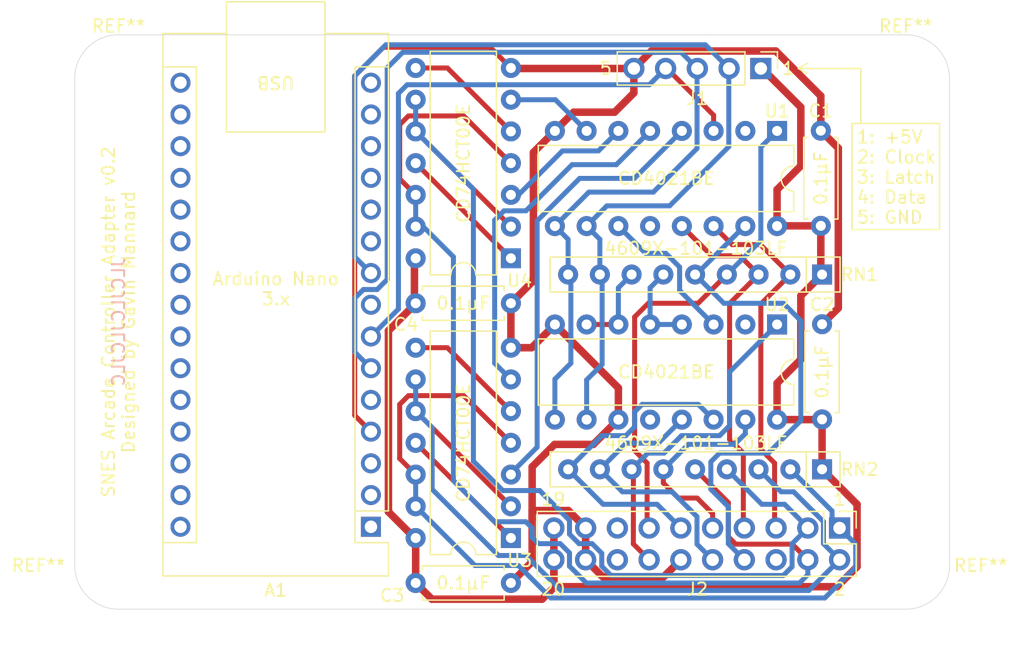
<source format=kicad_pcb>
(kicad_pcb (version 20241229) (generator "pcbnew") (generator_version "9.0")
  (title_block (title "Arcade Controller PCB for SNES") (date "2025-05-28") (rev "v0.2"))
  (layers (0 "F.Cu" signal) (2 "B.Cu" signal) (13 "F.Paste" user) (15 "B.Paste" user) (5 "F.SilkS" user "F.Silkscreen") (7 "B.SilkS" user "B.Silkscreen") (1 "F.Mask" user) (3 "B.Mask" user) (25 "Edge.Cuts" user))
  (net 0 "")
  (net 4 "GND")
  (net 6 "LATCH")
  (net 7 "DATA")
  (net 9 "CLOCK")
  (net 30 "VCC")
  (net 31 "R")
  (net 32 "SELECT")
  (net 33 "Y")
  (net 34 "B")
  (net 35 "RIGHT")
  (net 36 "DOWN")
  (net 38 "L")
  (net 39 "START")
  (net 40 "X")
  (net 41 "A")
  (net 42 "LEFT")
  (net 43 "UP")
  (net 47 "Net-(U1-Pad11)")
  (net 52 "E1")
  (net 53 "E3")
  (net 54 "UP_CLEAN")
  (net 55 "DOWN_CLEAN")
  (net 56 "LEFT_CLEAN")
  (net 57 "RIGHT_CLEAN")
  (net 58 "Net-(U3-Pad5)")
  (net 59 "Net-(U4-Pad1)")
  (net 60 "Net-(U3-Pad1)")
  (net 61 "Net-(U4-Pad5)")
  (footprint "Connector_PinHeader_2.54mm:PinHeader_1x05_P2.54mm_Vertical" (layer "F.Cu") (at 159.9 80.1 -90)
    (property "Reference" "J1" (at 2.4 5.1 180) (layer "F.SilkS"))
    (property "Value" "Conn_01x05")
    (pad "1" thru_hole rect (at 0 0 270) (size 1.7 1.7) (drill 1) (layers "*.Cu" "*.Mask") (net 30 "VCC"))
    (pad "2" thru_hole oval (at 0 2.54 270) (size 1.7 1.7) (drill 1) (layers "*.Cu" "*.Mask") (net 9 "CLOCK"))
    (pad "3" thru_hole oval (at 0 5.08 270) (size 1.7 1.7) (drill 1) (layers "*.Cu" "*.Mask") (net 6 "LATCH"))
    (pad "4" thru_hole oval (at 0 7.62 270) (size 1.7 1.7) (drill 1) (layers "*.Cu" "*.Mask") (net 7 "DATA"))
    (pad "5" thru_hole oval (at 0 10.16 270) (size 1.7 1.7) (drill 1) (layers "*.Cu" "*.Mask") (net 4 "GND"))
  )
  (footprint "Resistor_THT:R_Axial_DIN0207_L6.3mm_D2.5mm_P7.62mm_Horizontal" (layer "F.Cu") (at 139.9 98.9 180)
    (property "Reference" "C4" (at 8.4 -1.7 0) (layer "F.SilkS"))
    (property "Value" "0.1u")
    (pad "1" thru_hole circle (at 0 0 180) (size 1.6 1.6) (drill 0.8) (layers "*.Cu" "*.Mask") (net 4 "GND"))
    (pad "2" thru_hole oval (at 7.62 0 180) (size 1.6 1.6) (drill 0.8) (layers "*.Cu" "*.Mask") (net 30 "VCC"))
  )
  (footprint "Package_DIP:DIP-14_W7.62mm" (layer "F.Cu") (at 139.9 95.3 180)
    (property "Reference" "U4" (at -0.7 -1.8 0) (layer "F.SilkS"))
    (property "Value" "74HCT00")
    (pad "1" thru_hole rect (at 0 0 180) (size 1.6 1.6) (drill 0.8) (layers "*.Cu" "*.Mask") (net 59 "Net-(U4-Pad1)"))
    (pad "2" thru_hole oval (at 0 2.54 180) (size 1.6 1.6) (drill 0.8) (layers "*.Cu" "*.Mask") (net 35 "RIGHT"))
    (pad "3" thru_hole oval (at 0 5.08 180) (size 1.6 1.6) (drill 0.8) (layers "*.Cu" "*.Mask") (net 56 "LEFT_CLEAN"))
    (pad "4" thru_hole oval (at 0 7.62 180) (size 1.6 1.6) (drill 0.8) (layers "*.Cu" "*.Mask") (net 42 "LEFT"))
    (pad "5" thru_hole oval (at 0 10.16 180) (size 1.6 1.6) (drill 0.8) (layers "*.Cu" "*.Mask") (net 61 "Net-(U4-Pad5)"))
    (pad "6" thru_hole oval (at 0 12.7 180) (size 1.6 1.6) (drill 0.8) (layers "*.Cu" "*.Mask") (net 57 "RIGHT_CLEAN"))
    (pad "7" thru_hole oval (at 0 15.24 180) (size 1.6 1.6) (drill 0.8) (layers "*.Cu" "*.Mask") (net 4 "GND"))
    (pad "8" thru_hole oval (at 7.62 15.24 180) (size 1.6 1.6) (drill 0.8) (layers "*.Cu" "*.Mask") (net 61 "Net-(U4-Pad5)"))
    (pad "9" thru_hole oval (at 7.62 12.7 180) (size 1.6 1.6) (drill 0.8) (layers "*.Cu" "*.Mask") (net 35 "RIGHT"))
    (pad "10" thru_hole oval (at 7.62 10.16 180) (size 1.6 1.6) (drill 0.8) (layers "*.Cu" "*.Mask") (net 35 "RIGHT"))
    (pad "11" thru_hole oval (at 7.62 7.62 180) (size 1.6 1.6) (drill 0.8) (layers "*.Cu" "*.Mask") (net 59 "Net-(U4-Pad1)"))
    (pad "12" thru_hole oval (at 7.62 5.08 180) (size 1.6 1.6) (drill 0.8) (layers "*.Cu" "*.Mask") (net 42 "LEFT"))
    (pad "13" thru_hole oval (at 7.62 2.54 180) (size 1.6 1.6) (drill 0.8) (layers "*.Cu" "*.Mask") (net 42 "LEFT"))
    (pad "14" thru_hole oval (at 7.62 0 180) (size 1.6 1.6) (drill 0.8) (layers "*.Cu" "*.Mask") (net 30 "VCC"))
  )
  (footprint "MountingHole:MountingHole_3.2mm_M3" (layer "F.Cu") (at 171.5 119.9)
    (property "Reference" "REF**" (at 6 0 0) (layer "F.SilkS"))
    (property "Value" "MountingHole_3.2mm_M3")
    (pad "" np_thru_hole circle (at 0 0) (size 3.2 3.2) (drill 3.2) (layers "*.Cu" "*.Mask"))
  )
  (footprint "Resistor_THT:R_Array_SIP9" (layer "F.Cu") (at 164.8 96.6 180)
    (property "Reference" "RN1" (at -3 0 0) (layer "F.SilkS"))
    (property "Value" "10k")
    (pad "1" thru_hole rect (at 0 0 180) (size 1.6 1.6) (drill 0.8) (layers "*.Cu" "*.Mask") (net 30 "VCC"))
    (pad "2" thru_hole oval (at 2.54 0 180) (size 1.6 1.6) (drill 0.8) (layers "*.Cu" "*.Mask") (net 32 "SELECT"))
    (pad "3" thru_hole oval (at 5.08 0 180) (size 1.6 1.6) (drill 0.8) (layers "*.Cu" "*.Mask") (net 39 "START"))
    (pad "4" thru_hole oval (at 7.62 0 180) (size 1.6 1.6) (drill 0.8) (layers "*.Cu" "*.Mask") (net 34 "B"))
    (pad "5" thru_hole oval (at 10.16 0 180) (size 1.6 1.6) (drill 0.8) (layers "*.Cu" "*.Mask") (net 33 "Y"))
    (pad "6" thru_hole oval (at 12.7 0 180) (size 1.6 1.6) (drill 0.8) (layers "*.Cu" "*.Mask") (net 52 "E1"))
    (pad "7" thru_hole oval (at 15.24 0 180) (size 1.6 1.6) (drill 0.8) (layers "*.Cu" "*.Mask") (net 53 "E3"))
    (pad "8" thru_hole oval (at 17.78 0 180) (size 1.6 1.6) (drill 0.8) (layers "*.Cu" "*.Mask") (net 9 "CLOCK"))
    (pad "9" thru_hole oval (at 20.32 0 180) (size 1.6 1.6) (drill 0.8) (layers "*.Cu" "*.Mask") (net 6 "LATCH"))
  )
  (footprint "MountingHole:MountingHole_3.2mm_M3" (layer "F.Cu") (at 171.5 80.9)
    (property "Reference" "REF**" (at 0 -4.2 0) (layer "F.SilkS"))
    (property "Value" "MountingHole_3.2mm_M3")
    (pad "" np_thru_hole circle (at 0 0) (size 3.2 3.2) (drill 3.2) (layers "*.Cu" "*.Mask"))
  )
  (footprint "Package_DIP:DIP-16_W7.62mm" (layer "F.Cu") (at 161.2 100.6 -90)
    (property "Reference" "U2" (at -1.6 0 180) (layer "F.SilkS"))
    (property "Value" "CD4021BE")
    (pad "1" thru_hole rect (at 0 0 270) (size 1.6 1.6) (drill 0.8) (layers "*.Cu" "*.Mask") (net 41 "A"))
    (pad "2" thru_hole oval (at 0 2.54 270) (size 1.6 1.6) (drill 0.8) (layers "*.Cu" "*.Mask"))
    (pad "3" thru_hole oval (at 0 5.08 270) (size 1.6 1.6) (drill 0.8) (layers "*.Cu" "*.Mask") (net 47 "Net-(U1-Pad11)"))
    (pad "4" thru_hole oval (at 0 7.62 270) (size 1.6 1.6) (drill 0.8) (layers "*.Cu" "*.Mask") (net 52 "E1"))
    (pad "5" thru_hole oval (at 0 10.16 270) (size 1.6 1.6) (drill 0.8) (layers "*.Cu" "*.Mask") (net 52 "E1"))
    (pad "6" thru_hole oval (at 0 12.7 270) (size 1.6 1.6) (drill 0.8) (layers "*.Cu" "*.Mask") (net 53 "E3"))
    (pad "7" thru_hole oval (at 0 15.24 270) (size 1.6 1.6) (drill 0.8) (layers "*.Cu" "*.Mask") (net 53 "E3"))
    (pad "8" thru_hole oval (at 0 17.78 270) (size 1.6 1.6) (drill 0.8) (layers "*.Cu" "*.Mask") (net 4 "GND"))
    (pad "9" thru_hole oval (at 7.62 17.78 270) (size 1.6 1.6) (drill 0.8) (layers "*.Cu" "*.Mask") (net 6 "LATCH"))
    (pad "10" thru_hole oval (at 7.62 15.24 270) (size 1.6 1.6) (drill 0.8) (layers "*.Cu" "*.Mask") (net 9 "CLOCK"))
    (pad "11" thru_hole oval (at 7.62 12.7 270) (size 1.6 1.6) (drill 0.8) (layers "*.Cu" "*.Mask") (net 4 "GND"))
    (pad "12" thru_hole oval (at 7.62 10.16 270) (size 1.6 1.6) (drill 0.8) (layers "*.Cu" "*.Mask"))
    (pad "13" thru_hole oval (at 7.62 7.62 270) (size 1.6 1.6) (drill 0.8) (layers "*.Cu" "*.Mask") (net 31 "R"))
    (pad "14" thru_hole oval (at 7.62 5.08 270) (size 1.6 1.6) (drill 0.8) (layers "*.Cu" "*.Mask") (net 38 "L"))
    (pad "15" thru_hole oval (at 7.62 2.54 270) (size 1.6 1.6) (drill 0.8) (layers "*.Cu" "*.Mask") (net 40 "X"))
    (pad "16" thru_hole oval (at 7.62 0 270) (size 1.6 1.6) (drill 0.8) (layers "*.Cu" "*.Mask") (net 30 "VCC"))
  )
  (footprint "Resistor_THT:R_Array_SIP9" (layer "F.Cu") (at 164.8 112.2 180)
    (property "Reference" "RN2" (at -3 0 0) (layer "F.SilkS"))
    (property "Value" "10k")
    (pad "1" thru_hole rect (at 0 0 180) (size 1.6 1.6) (drill 0.8) (layers "*.Cu" "*.Mask") (net 30 "VCC"))
    (pad "2" thru_hole oval (at 2.54 0 180) (size 1.6 1.6) (drill 0.8) (layers "*.Cu" "*.Mask") (net 43 "UP"))
    (pad "3" thru_hole oval (at 5.08 0 180) (size 1.6 1.6) (drill 0.8) (layers "*.Cu" "*.Mask") (net 36 "DOWN"))
    (pad "4" thru_hole oval (at 7.62 0 180) (size 1.6 1.6) (drill 0.8) (layers "*.Cu" "*.Mask") (net 35 "RIGHT"))
    (pad "5" thru_hole oval (at 10.16 0 180) (size 1.6 1.6) (drill 0.8) (layers "*.Cu" "*.Mask") (net 42 "LEFT"))
    (pad "6" thru_hole oval (at 12.7 0 180) (size 1.6 1.6) (drill 0.8) (layers "*.Cu" "*.Mask") (net 40 "X"))
    (pad "7" thru_hole oval (at 15.24 0 180) (size 1.6 1.6) (drill 0.8) (layers "*.Cu" "*.Mask") (net 41 "A"))
    (pad "8" thru_hole oval (at 17.78 0 180) (size 1.6 1.6) (drill 0.8) (layers "*.Cu" "*.Mask") (net 31 "R"))
    (pad "9" thru_hole oval (at 20.32 0 180) (size 1.6 1.6) (drill 0.8) (layers "*.Cu" "*.Mask") (net 38 "L"))
  )
  (footprint "Package_DIP:DIP-14_W7.62mm" (layer "F.Cu") (at 139.9 117.7 180)
    (property "Reference" "U3" (at -0.7 -1.8 0) (layer "F.SilkS"))
    (property "Value" "74HCT00")
    (pad "1" thru_hole rect (at 0 0 180) (size 1.6 1.6) (drill 0.8) (layers "*.Cu" "*.Mask") (net 60 "Net-(U3-Pad1)"))
    (pad "2" thru_hole oval (at 0 2.54 180) (size 1.6 1.6) (drill 0.8) (layers "*.Cu" "*.Mask") (net 36 "DOWN"))
    (pad "3" thru_hole oval (at 0 5.08 180) (size 1.6 1.6) (drill 0.8) (layers "*.Cu" "*.Mask") (net 54 "UP_CLEAN"))
    (pad "4" thru_hole oval (at 0 7.62 180) (size 1.6 1.6) (drill 0.8) (layers "*.Cu" "*.Mask") (net 43 "UP"))
    (pad "5" thru_hole oval (at 0 10.16 180) (size 1.6 1.6) (drill 0.8) (layers "*.Cu" "*.Mask") (net 58 "Net-(U3-Pad5)"))
    (pad "6" thru_hole oval (at 0 12.7 180) (size 1.6 1.6) (drill 0.8) (layers "*.Cu" "*.Mask") (net 55 "DOWN_CLEAN"))
    (pad "7" thru_hole oval (at 0 15.24 180) (size 1.6 1.6) (drill 0.8) (layers "*.Cu" "*.Mask") (net 4 "GND"))
    (pad "8" thru_hole oval (at 7.62 15.24 180) (size 1.6 1.6) (drill 0.8) (layers "*.Cu" "*.Mask") (net 58 "Net-(U3-Pad5)"))
    (pad "9" thru_hole oval (at 7.62 12.7 180) (size 1.6 1.6) (drill 0.8) (layers "*.Cu" "*.Mask") (net 36 "DOWN"))
    (pad "10" thru_hole oval (at 7.62 10.16 180) (size 1.6 1.6) (drill 0.8) (layers "*.Cu" "*.Mask") (net 36 "DOWN"))
    (pad "11" thru_hole oval (at 7.62 7.62 180) (size 1.6 1.6) (drill 0.8) (layers "*.Cu" "*.Mask") (net 60 "Net-(U3-Pad1)"))
    (pad "12" thru_hole oval (at 7.62 5.08 180) (size 1.6 1.6) (drill 0.8) (layers "*.Cu" "*.Mask") (net 43 "UP"))
    (pad "13" thru_hole oval (at 7.62 2.54 180) (size 1.6 1.6) (drill 0.8) (layers "*.Cu" "*.Mask") (net 43 "UP"))
    (pad "14" thru_hole oval (at 7.62 0 180) (size 1.6 1.6) (drill 0.8) (layers "*.Cu" "*.Mask") (net 30 "VCC"))
  )
  (footprint "Resistor_THT:R_Axial_DIN0207_L6.3mm_D2.5mm_P7.62mm_Horizontal" (layer "F.Cu") (at 139.9 121.3 180)
    (property "Reference" "C3" (at 9.5 -1 0) (layer "F.SilkS"))
    (property "Value" "0.1u")
    (pad "1" thru_hole circle (at 0 0 180) (size 1.6 1.6) (drill 0.8) (layers "*.Cu" "*.Mask") (net 4 "GND"))
    (pad "2" thru_hole oval (at 7.62 0 180) (size 1.6 1.6) (drill 0.8) (layers "*.Cu" "*.Mask") (net 30 "VCC"))
  )
  (footprint "MountingHole:MountingHole_3.2mm_M3" (layer "F.Cu") (at 108.5 80.9)
    (property "Reference" "REF**" (at 0 -4.2 0) (layer "F.SilkS"))
    (property "Value" "MountingHole_3.2mm_M3")
    (pad "" np_thru_hole circle (at 0 0) (size 3.2 3.2) (drill 3.2) (layers "*.Cu" "*.Mask"))
  )
  (footprint "Resistor_THT:R_Axial_DIN0207_L6.3mm_D2.5mm_P7.62mm_Horizontal" (layer "F.Cu") (at 164.7 92.7 90)
    (property "Reference" "C1" (at 9.2 0 180) (layer "F.SilkS"))
    (property "Value" "0.1u")
    (pad "1" thru_hole circle (at 0 0 90) (size 1.6 1.6) (drill 0.8) (layers "*.Cu" "*.Mask") (net 30 "VCC"))
    (pad "2" thru_hole oval (at 7.62 0 90) (size 1.6 1.6) (drill 0.8) (layers "*.Cu" "*.Mask") (net 4 "GND"))
  )
  (footprint "Resistor_THT:R_Axial_DIN0207_L6.3mm_D2.5mm_P7.62mm_Horizontal" (layer "F.Cu") (at 164.8 108.2 90)
    (property "Reference" "C2" (at 9.2 0 180) (layer "F.SilkS"))
    (property "Value" "0.1u")
    (pad "1" thru_hole circle (at 0 0 90) (size 1.6 1.6) (drill 0.8) (layers "*.Cu" "*.Mask") (net 30 "VCC"))
    (pad "2" thru_hole oval (at 7.62 0 90) (size 1.6 1.6) (drill 0.8) (layers "*.Cu" "*.Mask") (net 4 "GND"))
  )
  (footprint "Package_DIP:DIP-16_W7.62mm" (layer "F.Cu") (at 161.2 85.1 -90)
    (property "Reference" "U1" (at -1.6 0 180) (layer "F.SilkS"))
    (property "Value" "CD4021BE")
    (pad "1" thru_hole rect (at 0 0 270) (size 1.6 1.6) (drill 0.8) (layers "*.Cu" "*.Mask") (net 34 "B"))
    (pad "2" thru_hole oval (at 0 2.54 270) (size 1.6 1.6) (drill 0.8) (layers "*.Cu" "*.Mask"))
    (pad "3" thru_hole oval (at 0 5.08 270) (size 1.6 1.6) (drill 0.8) (layers "*.Cu" "*.Mask") (net 7 "DATA"))
    (pad "4" thru_hole oval (at 0 7.62 270) (size 1.6 1.6) (drill 0.8) (layers "*.Cu" "*.Mask") (net 54 "UP_CLEAN"))
    (pad "5" thru_hole oval (at 0 10.16 270) (size 1.6 1.6) (drill 0.8) (layers "*.Cu" "*.Mask") (net 55 "DOWN_CLEAN"))
    (pad "6" thru_hole oval (at 0 12.7 270) (size 1.6 1.6) (drill 0.8) (layers "*.Cu" "*.Mask") (net 56 "LEFT_CLEAN"))
    (pad "7" thru_hole oval (at 0 15.24 270) (size 1.6 1.6) (drill 0.8) (layers "*.Cu" "*.Mask") (net 57 "RIGHT_CLEAN"))
    (pad "8" thru_hole oval (at 0 17.78 270) (size 1.6 1.6) (drill 0.8) (layers "*.Cu" "*.Mask") (net 4 "GND"))
    (pad "9" thru_hole oval (at 7.62 17.78 270) (size 1.6 1.6) (drill 0.8) (layers "*.Cu" "*.Mask") (net 6 "LATCH"))
    (pad "10" thru_hole oval (at 7.62 15.24 270) (size 1.6 1.6) (drill 0.8) (layers "*.Cu" "*.Mask") (net 9 "CLOCK"))
    (pad "11" thru_hole oval (at 7.62 12.7 270) (size 1.6 1.6) (drill 0.8) (layers "*.Cu" "*.Mask") (net 47 "Net-(U1-Pad11)"))
    (pad "12" thru_hole oval (at 7.62 10.16 270) (size 1.6 1.6) (drill 0.8) (layers "*.Cu" "*.Mask"))
    (pad "13" thru_hole oval (at 7.62 7.62 270) (size 1.6 1.6) (drill 0.8) (layers "*.Cu" "*.Mask") (net 39 "START"))
    (pad "14" thru_hole oval (at 7.62 5.08 270) (size 1.6 1.6) (drill 0.8) (layers "*.Cu" "*.Mask") (net 32 "SELECT"))
    (pad "15" thru_hole oval (at 7.62 2.54 270) (size 1.6 1.6) (drill 0.8) (layers "*.Cu" "*.Mask") (net 33 "Y"))
    (pad "16" thru_hole oval (at 7.62 0 270) (size 1.6 1.6) (drill 0.8) (layers "*.Cu" "*.Mask") (net 30 "VCC"))
  )
  (footprint "Connector_PinHeader_2.54mm:PinHeader_2x10_P2.54mm_Vertical" (layer "F.Cu") (at 166.2 116.9 -90)
    (property "Reference" "J2" (at 4.9 11.4 180) (layer "F.SilkS"))
    (property "Value" "Conn_02x10_Odd_Even")
    (pad "1" thru_hole rect (at 0 0 270) (size 1.7 1.7) (drill 1) (layers "*.Cu" "*.Mask") (net 43 "UP"))
    (pad "2" thru_hole oval (at 2.54 0 270) (size 1.7 1.7) (drill 1) (layers "*.Cu" "*.Mask") (net 36 "DOWN"))
    (pad "3" thru_hole oval (at 0 2.54 270) (size 1.7 1.7) (drill 1) (layers "*.Cu" "*.Mask") (net 35 "RIGHT"))
    (pad "4" thru_hole oval (at 2.54 2.54 270) (size 1.7 1.7) (drill 1) (layers "*.Cu" "*.Mask") (net 42 "LEFT"))
    (pad "5" thru_hole oval (at 0 5.08 270) (size 1.7 1.7) (drill 1) (layers "*.Cu" "*.Mask") (net 32 "SELECT"))
    (pad "6" thru_hole oval (at 2.54 5.08 270) (size 1.7 1.7) (drill 1) (layers "*.Cu" "*.Mask"))
    (pad "7" thru_hole oval (at 0 7.62 270) (size 1.7 1.7) (drill 1) (layers "*.Cu" "*.Mask") (net 39 "START"))
    (pad "8" thru_hole oval (at 2.54 7.62 270) (size 1.7 1.7) (drill 1) (layers "*.Cu" "*.Mask") (net 33 "Y"))
    (pad "9" thru_hole oval (at 0 10.16 270) (size 1.7 1.7) (drill 1) (layers "*.Cu" "*.Mask") (net 40 "X"))
    (pad "10" thru_hole oval (at 2.54 10.16 270) (size 1.7 1.7) (drill 1) (layers "*.Cu" "*.Mask") (net 31 "R"))
    (pad "11" thru_hole oval (at 0 12.7 270) (size 1.7 1.7) (drill 1) (layers "*.Cu" "*.Mask") (net 38 "L"))
    (pad "12" thru_hole oval (at 2.54 12.7 270) (size 1.7 1.7) (drill 1) (layers "*.Cu" "*.Mask") (net 4 "GND"))
    (pad "13" thru_hole oval (at 0 15.24 270) (size 1.7 1.7) (drill 1) (layers "*.Cu" "*.Mask") (net 34 "B"))
    (pad "14" thru_hole oval (at 2.54 15.24 270) (size 1.7 1.7) (drill 1) (layers "*.Cu" "*.Mask") (net 41 "A"))
    (pad "15" thru_hole oval (at 0 17.78 270) (size 1.7 1.7) (drill 1) (layers "*.Cu" "*.Mask"))
    (pad "16" thru_hole oval (at 2.54 17.78 270) (size 1.7 1.7) (drill 1) (layers "*.Cu" "*.Mask"))
    (pad "17" thru_hole oval (at 0 20.32 270) (size 1.7 1.7) (drill 1) (layers "*.Cu" "*.Mask") (net 4 "GND"))
    (pad "18" thru_hole oval (at 2.54 20.32 270) (size 1.7 1.7) (drill 1) (layers "*.Cu" "*.Mask") (net 4 "GND"))
    (pad "19" thru_hole oval (at 0 22.86 270) (size 1.7 1.7) (drill 1) (layers "*.Cu" "*.Mask") (net 30 "VCC"))
    (pad "20" thru_hole oval (at 2.54 22.86 270) (size 1.7 1.7) (drill 1) (layers "*.Cu" "*.Mask") (net 30 "VCC"))
  )
  (footprint "Module:Arduino_Nano" (layer "F.Cu") (at 128.7 116.8 180)
    (property "Reference" "A1" (at 7.62 -5.08 0) (layer "F.SilkS"))
    (property "Value" "Arduino_Nano_v3.x")
    (fp_text user "USB" (at 7.62 35.56 180) (layer "F.SilkS"))
    (pad "1" thru_hole rect (at 0 0 180) (size 1.6 1.6) (drill 1) (layers "*.Cu" "*.Mask"))
    (pad "2" thru_hole oval (at 0 2.54 180) (size 1.6 1.6) (drill 1) (layers "*.Cu" "*.Mask"))
    (pad "3" thru_hole oval (at 0 5.08 180) (size 1.6 1.6) (drill 1) (layers "*.Cu" "*.Mask"))
    (pad "4" thru_hole oval (at 0 7.62 180) (size 1.6 1.6) (drill 1) (layers "*.Cu" "*.Mask") (net 4 "GND"))
    (pad "5" thru_hole oval (at 0 10.16 180) (size 1.6 1.6) (drill 1) (layers "*.Cu" "*.Mask"))
    (pad "6" thru_hole oval (at 0 12.7 180) (size 1.6 1.6) (drill 1) (layers "*.Cu" "*.Mask") (net 6 "LATCH"))
    (pad "7" thru_hole oval (at 0 15.24 180) (size 1.6 1.6) (drill 1) (layers "*.Cu" "*.Mask") (net 7 "DATA"))
    (pad "8" thru_hole oval (at 0 17.78 180) (size 1.6 1.6) (drill 1) (layers "*.Cu" "*.Mask"))
    (pad "9" thru_hole oval (at 0 20.32 180) (size 1.6 1.6) (drill 1) (layers "*.Cu" "*.Mask") (net 9 "CLOCK"))
    (pad "10" thru_hole oval (at 0 22.86 180) (size 1.6 1.6) (drill 1) (layers "*.Cu" "*.Mask"))
    (pad "11" thru_hole oval (at 0 25.4 180) (size 1.6 1.6) (drill 1) (layers "*.Cu" "*.Mask"))
    (pad "12" thru_hole oval (at 0 27.94 180) (size 1.6 1.6) (drill 1) (layers "*.Cu" "*.Mask"))
    (pad "13" thru_hole oval (at 0 30.48 180) (size 1.6 1.6) (drill 1) (layers "*.Cu" "*.Mask"))
    (pad "14" thru_hole oval (at 0 33.02 180) (size 1.6 1.6) (drill 1) (layers "*.Cu" "*.Mask"))
    (pad "15" thru_hole oval (at 0 35.56 180) (size 1.6 1.6) (drill 1) (layers "*.Cu" "*.Mask"))
    (pad "16" thru_hole oval (at 15.24 35.56 180) (size 1.6 1.6) (drill 1) (layers "*.Cu" "*.Mask"))
    (pad "17" thru_hole oval (at 15.24 33.02 180) (size 1.6 1.6) (drill 1) (layers "*.Cu" "*.Mask"))
    (pad "18" thru_hole oval (at 15.24 30.48 180) (size 1.6 1.6) (drill 1) (layers "*.Cu" "*.Mask"))
    (pad "19" thru_hole oval (at 15.24 27.94 180) (size 1.6 1.6) (drill 1) (layers "*.Cu" "*.Mask"))
    (pad "20" thru_hole oval (at 15.24 25.4 180) (size 1.6 1.6) (drill 1) (layers "*.Cu" "*.Mask"))
    (pad "21" thru_hole oval (at 15.24 22.86 180) (size 1.6 1.6) (drill 1) (layers "*.Cu" "*.Mask"))
    (pad "22" thru_hole oval (at 15.24 20.32 180) (size 1.6 1.6) (drill 1) (layers "*.Cu" "*.Mask"))
    (pad "23" thru_hole oval (at 15.24 17.78 180) (size 1.6 1.6) (drill 1) (layers "*.Cu" "*.Mask"))
    (pad "24" thru_hole oval (at 15.24 15.24 180) (size 1.6 1.6) (drill 1) (layers "*.Cu" "*.Mask"))
    (pad "25" thru_hole oval (at 15.24 12.7 180) (size 1.6 1.6) (drill 1) (layers "*.Cu" "*.Mask"))
    (pad "26" thru_hole oval (at 15.24 10.16 180) (size 1.6 1.6) (drill 1) (layers "*.Cu" "*.Mask"))
    (pad "27" thru_hole oval (at 15.24 7.62 180) (size 1.6 1.6) (drill 1) (layers "*.Cu" "*.Mask"))
    (pad "28" thru_hole oval (at 15.24 5.08 180) (size 1.6 1.6) (drill 1) (layers "*.Cu" "*.Mask"))
    (pad "29" thru_hole oval (at 15.24 2.54 180) (size 1.6 1.6) (drill 1) (layers "*.Cu" "*.Mask"))
    (pad "30" thru_hole oval (at 15.24 0 180) (size 1.6 1.6) (drill 1) (layers "*.Cu" "*.Mask"))
  )
  (footprint "MountingHole:MountingHole_3.2mm_M3" (layer "F.Cu") (at 108.5 119.9)
    (property "Reference" "REF**" (at -6.4 0 0) (layer "F.SilkS"))
    (property "Value" "MountingHole_3.2mm_M3")
    (pad "" np_thru_hole circle (at 0 0) (size 3.2 3.2) (drill 3.2) (layers "*.Cu" "*.Mask"))
  )
  (gr_line (start 162.9 80.1) (end 163.6 79.7) (stroke (width 0.12)) (layer "F.SilkS"))
  (gr_rect (start 167.2 84.5) (end 174.2 93) (stroke (width 0.12)) (fill no) (layer "F.SilkS"))
  (gr_line (start 167.9 80.1) (end 162.9 80.1) (stroke (width 0.12)) (layer "F.SilkS"))
  (gr_line (start 167.9 84.5) (end 167.9 80.1) (stroke (width 0.12)) (layer "F.SilkS"))
  (gr_line (start 162.9 80.1) (end 163.6 80.5) (stroke (width 0.12)) (layer "F.SilkS"))
  (gr_arc (start 175 119.9) (mid 173.974874 122.374874) (end 171.5 123.4) (stroke (width 0.05)) (layer "Edge.Cuts"))
  (gr_arc (start 171.5 77.4) (mid 173.974874 78.425126) (end 175 80.9) (stroke (width 0.05)) (layer "Edge.Cuts"))
  (gr_line (start 171.5 77.4) (end 108.5 77.4) (stroke (width 0.05)) (layer "Edge.Cuts"))
  (gr_arc (start 108.5 123.4) (mid 106.025126 122.374874) (end 105 119.9) (stroke (width 0.05)) (layer "Edge.Cuts"))
  (gr_arc (start 105 80.9) (mid 106.025126 78.425126) (end 108.5 77.4) (stroke (width 0.05)) (layer "Edge.Cuts"))
  (gr_line (start 175 119.9) (end 175 80.9) (stroke (width 0.05)) (layer "Edge.Cuts"))
  (gr_line (start 108.5 123.4) (end 171.5 123.4) (stroke (width 0.05)) (layer "Edge.Cuts"))
  (gr_line (start 105 119.9) (end 105 80.9) (stroke (width 0.05)) (layer "Edge.Cuts"))
  (gr_text "4609X-101-103LF" (at 154.7 94.5 0) (layer "F.SilkS") (effects (font (size 1 1))))
  (gr_text "20" (at 143.3 121.8 0) (layer "F.SilkS") (effects (font (size 1 1))))
  (gr_text "1" (at 166.2 114.6 0) (layer "F.SilkS") (effects (font (size 1 1))))
  (gr_text "CD4021BE" (at 152.325 88.9 0) (layer "F.SilkS") (effects (font (size 1 1))))
  (gr_text "SNES Arcade Controller Adapter v0.2\nDesigned by Gavin Mannard" (at 108.5 100.4 90) (layer "F.SilkS") (effects (font (size 1 1))))
  (gr_text "0.1µF" (at 136.09 121.3 0) (layer "F.SilkS") (effects (font (size 1 1))))
  (gr_text "CD4021BE" (at 152.325 104.4 0) (layer "F.SilkS") (effects (font (size 1 1))))
  (gr_text "4609X-101-103LF" (at 154.7 110.1 0) (layer "F.SilkS") (effects (font (size 1 1))))
  (gr_text "5" (at 147.5 80.1 0) (layer "F.SilkS") (effects (font (size 1 1))))
  (gr_text "1" (at 162.1 80.1 0) (layer "F.SilkS") (effects (font (size 1 1))))
  (gr_text "19" (at 143.3 114.6 0) (layer "F.SilkS") (effects (font (size 1 1))))
  (gr_text "CD74HCT00E" (at 136.1 87.7 90) (layer "F.SilkS") (effects (font (size 1 1))))
  (gr_text "0.1µF" (at 136.09 98.9 0) (layer "F.SilkS") (effects (font (size 1 1))))
  (gr_text "Arduino Nano\n3.x" (at 121.09 97.75 0) (layer "F.SilkS") (effects (font (size 1 1))))
  (gr_text "0.1µF" (at 164.8 104.39 90) (layer "F.SilkS") (effects (font (size 1 1))))
  (gr_text "1: +5V\n2: Clock\n3: Latch\n4: Data\n5: GND" (at 167.5 88.8 0) (layer "F.SilkS") (effects (font (size 1 1)) (justify left)))
  (gr_text "CD74HCT00E" (at 136.1 110.075 90) (layer "F.SilkS") (effects (font (size 1 1))))
  (gr_text "2" (at 166.2 121.8 0) (layer "F.SilkS") (effects (font (size 1 1))))
  (gr_text "0.1µF" (at 164.7 88.89 90) (layer "F.SilkS") (effects (font (size 1 1))))
  (gr_text "JLCJLCJLCJLC" (at 108.5 100.4 90) (layer "B.SilkS") (effects (font (size 1 1)) (justify mirror)))
  (segment (start 166.1 86.48) (end 164.7 85.08) (width 0.6) (layer "F.Cu") (net 4))
  (segment (start 141.6 119.6) (end 141.6 116.2) (width 0.6) (layer "F.Cu") (net 4))
  (segment (start 145.88 116.88) (end 144.5 115.5) (width 0.6) (layer "F.Cu") (net 4))
  (segment (start 141.7 97.1) (end 139.9 98.9) (width 0.6) (layer "F.Cu") (net 4))
  (segment (start 149.74 80.1) (end 151.14 78.7) (width 0.6) (layer "F.Cu") (net 4))
  (segment (start 141.56 102.46) (end 143.42 100.6) (width 0.6) (layer "F.Cu") (net 4))
  (segment (start 127.4 80.7) (end 129.7 78.4) (width 0.4) (layer "F.Cu") (net 4))
  (segment (start 148.2 83.6) (end 149.74 82.06) (width 0.6) (layer "F.Cu") (net 4))
  (segment (start 164.7 82.3) (end 164.7 85.08) (width 0.6) (layer "F.Cu") (net 4))
  (segment (start 141.6 112) (end 143.4 110.2) (width 0.6) (layer "F.Cu") (net 4))
  (segment (start 148.5 105.68) (end 148.5 108.22) (width 0.6) (layer "F.Cu") (net 4))
  (segment (start 128.7 109.18) (end 127.4 107.88) (width 0.4) (layer "F.Cu") (net 4))
  (segment (start 139.9 102.46) (end 141.56 102.46) (width 0.6) (layer "F.Cu") (net 4))
  (segment (start 144.5 115.5) (end 141.6 115.5) (width 0.6) (layer "F.Cu") (net 4))
  (segment (start 138.24 78.4) (end 139.9 80.06) (width 0.4) (layer "F.Cu") (net 4))
  (segment (start 149.74 80.1) (end 139.94 80.1) (width 0.6) (layer "F.Cu") (net 4))
  (segment (start 161.1 78.7) (end 164.7 82.3) (width 0.6) (layer "F.Cu") (net 4))
  (segment (start 146.5 110.2) (end 148.48 108.22) (width 0.6) (layer "F.Cu") (net 4))
  (segment (start 143.42 85.1) (end 144.92 83.6) (width 0.6) (layer "F.Cu") (net 4))
  (segment (start 129.7 78.4) (end 138.24 78.4) (width 0.4) (layer "F.Cu") (net 4))
  (segment (start 141.6 116.2) (end 141.6 112) (width 0.6) (layer "F.Cu") (net 4))
  (segment (start 139.9 121.3) (end 141.6 119.6) (width 0.6) (layer "F.Cu") (net 4))
  (segment (start 166.1 99.28) (end 166.1 86.48) (width 0.6) (layer "F.Cu") (net 4))
  (segment (start 141.6 115.5) (end 141.6 116.2) (width 0.6) (layer "F.Cu") (net 4))
  (segment (start 143.4 110.2) (end 146.5 110.2) (width 0.6) (layer "F.Cu") (net 4))
  (segment (start 141.7 86.82) (end 141.7 97.1) (width 0.6) (layer "F.Cu") (net 4))
  (segment (start 145.88 119.44) (end 147.24 120.8) (width 0.6) (layer "F.Cu") (net 4))
  (segment (start 164.8 100.58) (end 166.1 99.28) (width 0.6) (layer "F.Cu") (net 4))
  (segment (start 152.14 120.8) (end 153.5 119.44) (width 0.6) (layer "F.Cu") (net 4))
  (segment (start 145.88 116.9) (end 145.88 119.44) (width 0.6) (layer "F.Cu") (net 4))
  (segment (start 145.88 116.9) (end 145.88 116.88) (width 0.6) (layer "F.Cu") (net 4))
  (segment (start 143.42 85.1) (end 141.7 86.82) (width 0.6) (layer "F.Cu") (net 4))
  (segment (start 127.4 107.88) (end 127.4 80.7) (width 0.4) (layer "F.Cu") (net 4))
  (segment (start 147.24 120.8) (end 152.14 120.8) (width 0.6) (layer "F.Cu") (net 4))
  (segment (start 139.94 80.1) (end 139.9 80.06) (width 0.6) (layer "F.Cu") (net 4))
  (segment (start 148.48 108.22) (end 148.5 108.22) (width 0.6) (layer "F.Cu") (net 4))
  (segment (start 139.9 102.46) (end 139.9 98.9) (width 0.6) (layer "F.Cu") (net 4))
  (segment (start 151.14 78.7) (end 161.1 78.7) (width 0.6) (layer "F.Cu") (net 4))
  (segment (start 149.74 82.06) (end 149.74 80.1) (width 0.6) (layer "F.Cu") (net 4))
  (segment (start 144.92 83.6) (end 148.2 83.6) (width 0.6) (layer "F.Cu") (net 4))
  (segment (start 143.42 100.6) (end 148.5 105.68) (width 0.6) (layer "F.Cu") (net 4))
  (segment (start 144.48 96.6) (end 144.7 96.82) (width 0.4) (layer "B.Cu") (net 6))
  (segment (start 127.4 102.8) (end 128.7 104.1) (width 0.4) (layer "B.Cu") (net 6))
  (segment (start 144.48 93.78) (end 143.42 92.72) (width 0.4) (layer "B.Cu") (net 6))
  (segment (start 130 80.048528) (end 130 97) (width 0.4) (layer "B.Cu") (net 6))
  (segment (start 144.48 96.6) (end 144.48 93.78) (width 0.4) (layer "B.Cu") (net 6))
  (segment (start 154.795 86.505) (end 154.795 80.125) (width 0.4) (layer "B.Cu") (net 6))
  (segment (start 127.4 98.5) (end 127.4 102.8) (width 0.4) (layer "B.Cu") (net 6))
  (segment (start 154.82 80.1) (end 153.52 78.8) (width 0.4) (layer "B.Cu") (net 6))
  (segment (start 146.14 90) (end 151.3 90) (width 0.4) (layer "B.Cu") (net 6))
  (segment (start 154.795 80.125) (end 154.82 80.1) (width 0.4) (layer "B.Cu") (net 6))
  (segment (start 151.3 90) (end 154.795 86.505) (width 0.4) (layer "B.Cu") (net 6))
  (segment (start 131.248528 78.8) (end 130 80.048528) (width 0.4) (layer "B.Cu") (net 6))
  (segment (start 128.1 97.8) (end 127.4 98.5) (width 0.4) (layer "B.Cu") (net 6))
  (segment (start 129.2 97.8) (end 128.1 97.8) (width 0.4) (layer "B.Cu") (net 6))
  (segment (start 143.42 104.98) (end 143.42 108.22) (width 0.4) (layer "B.Cu") (net 6))
  (segment (start 144.7 103.7) (end 143.42 104.98) (width 0.4) (layer "B.Cu") (net 6))
  (segment (start 143.42 92.72) (end 146.14 90) (width 0.4) (layer "B.Cu") (net 6))
  (segment (start 144.7 96.82) (end 144.7 103.7) (width 0.4) (layer "B.Cu") (net 6))
  (segment (start 130 97) (end 129.2 97.8) (width 0.4) (layer "B.Cu") (net 6))
  (segment (start 153.52 78.8) (end 131.248528 78.8) (width 0.4) (layer "B.Cu") (net 6))
  (segment (start 156.12 83.84) (end 152.38 80.1) (width 0.4) (layer "F.Cu") (net 7))
  (segment (start 156.12 85.1) (end 156.12 83.84) (width 0.4) (layer "F.Cu") (net 7))
  (segment (start 152.38 80.1) (end 152.28 80.1) (width 0.4) (layer "F.Cu") (net 7))
  (segment (start 150.98 81.4) (end 131.6 81.4) (width 0.4) (layer "B.Cu") (net 7))
  (segment (start 152.28 80.1) (end 150.98 81.4) (width 0.4) (layer "B.Cu") (net 7))
  (segment (start 130.9 99.36) (end 128.7 101.56) (width 0.4) (layer "B.Cu") (net 7))
  (segment (start 131.6 81.4) (end 130.9 82.1) (width 0.4) (layer "B.Cu") (net 7))
  (segment (start 130.9 82.1) (end 130.9 99.36) (width 0.4) (layer "B.Cu") (net 7))
  (segment (start 157.335 80.125) (end 157.36 80.1) (width 0.4) (layer "B.Cu") (net 9))
  (segment (start 147.02 96.6) (end 147.2 96.78) (width 0.4) (layer "B.Cu") (net 9))
  (segment (start 145.96 105.04) (end 145.96 108.22) (width 0.4) (layer "B.Cu") (net 9))
  (segment (start 127.4 95.18) (end 127.4 80.695735) (width 0.4) (layer "B.Cu") (net 9))
  (segment (start 147.02 96.6) (end 147.02 93.78) (width 0.4) (layer "B.Cu") (net 9))
  (segment (start 147.2 103.8) (end 145.96 105.04) (width 0.4) (layer "B.Cu") (net 9))
  (segment (start 155.46 78.2) (end 157.36 80.1) (width 0.4) (layer "B.Cu") (net 9))
  (segment (start 127.4 80.695735) (end 129.895735 78.2) (width 0.4) (layer "B.Cu") (net 9))
  (segment (start 145.96 92.72) (end 147.58 91.1) (width 0.4) (layer "B.Cu") (net 9))
  (segment (start 157.335 86.365) (end 157.335 80.125) (width 0.4) (layer "B.Cu") (net 9))
  (segment (start 147.58 91.1) (end 152.6 91.1) (width 0.4) (layer "B.Cu") (net 9))
  (segment (start 129.895735 78.2) (end 155.46 78.2) (width 0.4) (layer "B.Cu") (net 9))
  (segment (start 147.02 93.78) (end 145.96 92.72) (width 0.4) (layer "B.Cu") (net 9))
  (segment (start 128.7 96.48) (end 127.4 95.18) (width 0.4) (layer "B.Cu") (net 9))
  (segment (start 152.6 91.1) (end 157.335 86.365) (width 0.4) (layer "B.Cu") (net 9))
  (segment (start 147.2 96.78) (end 147.2 103.8) (width 0.4) (layer "B.Cu") (net 9))
  (segment (start 130.1 115.6) (end 130.1 101.1) (width 0.6) (layer "F.Cu") (net 30))
  (segment (start 133.58 122.6) (end 132.28 121.3) (width 0.6) (layer "F.Cu") (net 30))
  (segment (start 132.28 98.92) (end 132.28 98.9) (width 0.6) (layer "F.Cu") (net 30))
  (segment (start 164.78 108.22) (end 161.2 108.22) (width 0.6) (layer "F.Cu") (net 30))
  (segment (start 163.1 98.3) (end 163.1 103.4) (width 0.6) (layer "F.Cu") (net 30))
  (segment (start 166 121.6) (end 167.6 120) (width 0.6) (layer "F.Cu") (net 30))
  (segment (start 143.34 119.44) (end 143.34 121.66) (width 0.6) (layer "F.Cu") (net 30))
  (segment (start 132.18 95.4) (end 132.28 95.3) (width 0.6) (layer "F.Cu") (net 30))
  (segment (start 164.7 92.7) (end 161.22 92.7) (width 0.6) (layer "F.Cu") (net 30))
  (segment (start 132.28 117.7) (end 132.2 117.7) (width 0.6) (layer "F.Cu") (net 30))
  (segment (start 132.28 117.7) (end 132.28 121.3) (width 0.6) (layer "F.Cu") (net 30))
  (segment (start 164.8 96.6) (end 163.1 98.3) (width 0.6) (layer "F.Cu") (net 30))
  (segment (start 143.34 121.6) (end 166 121.6) (width 0.6) (layer "F.Cu") (net 30))
  (segment (start 161.2 89.8) (end 161.2 92.72) (width 0.6) (layer "F.Cu") (net 30))
  (segment (start 143.34 119.44) (end 143.34 121.6) (width 0.6) (layer "F.Cu") (net 30))
  (segment (start 132.18 98.8) (end 132.18 95.4) (width 0.6) (layer "F.Cu") (net 30))
  (segment (start 161.22 92.7) (end 161.2 92.72) (width 0.6) (layer "F.Cu") (net 30))
  (segment (start 164.7 92.7) (end 164.7 96.5) (width 0.6) (layer "F.Cu") (net 30))
  (segment (start 143.34 116.9) (end 143.34 119.44) (width 0.6) (layer "F.Cu") (net 30))
  (segment (start 142.4 122.6) (end 133.58 122.6) (width 0.6) (layer "F.Cu") (net 30))
  (segment (start 143.34 121.66) (end 142.4 122.6) (width 0.6) (layer "F.Cu") (net 30))
  (segment (start 163.1 87.9) (end 161.2 89.8) (width 0.6) (layer "F.Cu") (net 30))
  (segment (start 159.9 80.1) (end 160 80.1) (width 0.6) (layer "F.Cu") (net 30))
  (segment (start 164.8 108.2) (end 164.78 108.22) (width 0.6) (layer "F.Cu") (net 30))
  (segment (start 164.7 96.5) (end 164.8 96.6) (width 0.6) (layer "F.Cu") (net 30))
  (segment (start 160 80.1) (end 163.1 83.2) (width 0.6) (layer "F.Cu") (net 30))
  (segment (start 163.1 103.4) (end 161.2 105.3) (width 0.6) (layer "F.Cu") (net 30))
  (segment (start 167.6 120) (end 167.6 115) (width 0.6) (layer "F.Cu") (net 30))
  (segment (start 130.1 101.1) (end 132.28 98.92) (width 0.6) (layer "F.Cu") (net 30))
  (segment (start 132.2 117.7) (end 130.1 115.6) (width 0.6) (layer "F.Cu") (net 30))
  (segment (start 132.28 98.9) (end 132.18 98.8) (width 0.6) (layer "F.Cu") (net 30))
  (segment (start 167.6 115) (end 164.8 112.2) (width 0.6) (layer "F.Cu") (net 30))
  (segment (start 164.8 108.2) (end 164.8 112.2) (width 0.6) (layer "F.Cu") (net 30))
  (segment (start 163.1 83.2) (end 163.1 87.9) (width 0.6) (layer "F.Cu") (net 30))
  (segment (start 161.2 105.3) (end 161.2 108.22) (width 0.6) (layer "F.Cu") (net 30))
  (segment (start 154.79 118.19) (end 154.79 115.99) (width 0.4) (layer "B.Cu") (net 31))
  (segment (start 152.8 114) (end 148.82 114) (width 0.4) (layer "B.Cu") (net 31))
  (segment (start 156.04 119.44) (end 154.79 118.19) (width 0.4) (layer "B.Cu") (net 31))
  (segment (start 148.82 114) (end 147.02 112.2) (width 0.4) (layer "B.Cu") (net 31))
  (segment (start 151.7 110.1) (end 149.12 110.1) (width 0.4) (layer "B.Cu") (net 31))
  (segment (start 153.58 108.22) (end 151.7 110.1) (width 0.4) (layer "B.Cu") (net 31))
  (segment (start 154.79 115.99) (end 152.8 114) (width 0.4) (layer "B.Cu") (net 31))
  (segment (start 149.12 110.1) (end 147.02 112.2) (width 0.4) (layer "B.Cu") (net 31))
  (segment (start 156.12 92.72) (end 157.6 94.2) (width 0.4) (layer "F.Cu") (net 32))
  (segment (start 161 111.7) (end 161 116.78) (width 0.4) (layer "F.Cu") (net 32))
  (segment (start 159.9 98.96) (end 159.9 110.6) (width 0.4) (layer "F.Cu") (net 32))
  (segment (start 159.9 110.6) (end 161 111.7) (width 0.4) (layer "F.Cu") (net 32))
  (segment (start 157.6 94.2) (end 159.86 94.2) (width 0.4) (layer "F.Cu") (net 32))
  (segment (start 159.86 94.2) (end 162.26 96.6) (width 0.4) (layer "F.Cu") (net 32))
  (segment (start 162.26 96.6) (end 159.9 98.96) (width 0.4) (layer "F.Cu") (net 32))
  (segment (start 161 116.78) (end 161.12 116.9) (width 0.4) (layer "F.Cu") (net 32))
  (segment (start 157.3 118.16) (end 157.3 115.2) (width 0.4) (layer "B.Cu") (net 33))
  (segment (start 156.6 110.9) (end 160.5 110.9) (width 0.4) (layer "B.Cu") (net 33))
  (segment (start 161.7 98.9) (end 156.94 98.9) (width 0.4) (layer "B.Cu") (net 33))
  (segment (start 163.1 108.3) (end 163.1 100.3) (width 0.4) (layer "B.Cu") (net 33))
  (segment (start 158.58 119.44) (end 157.3 118.16) (width 0.4) (layer "B.Cu") (net 33))
  (segment (start 158.6 92.72) (end 158.66 92.72) (width 0.4) (layer "B.Cu") (net 33))
  (segment (start 156.94 98.9) (end 154.64 96.6) (width 0.4) (layer "B.Cu") (net 33))
  (segment (start 155.9 111.6) (end 156.6 110.9) (width 0.4) (layer "B.Cu") (net 33))
  (segment (start 155.9 113.8) (end 155.9 111.6) (width 0.4) (layer "B.Cu") (net 33))
  (segment (start 154.72 96.6) (end 158.6 92.72) (width 0.4) (layer "B.Cu") (net 33))
  (segment (start 160.5 110.9) (end 163.1 108.3) (width 0.4) (layer "B.Cu") (net 33))
  (segment (start 154.64 96.6) (end 154.72 96.6) (width 0.4) (layer "B.Cu") (net 33))
  (segment (start 163.1 100.3) (end 161.7 98.9) (width 0.4) (layer "B.Cu") (net 33))
  (segment (start 157.3 115.2) (end 155.9 113.8) (width 0.4) (layer "B.Cu") (net 33))
  (segment (start 157.18 96.6) (end 154.88 98.9) (width 0.4) (layer "F.Cu") (net 34))
  (segment (start 154.88 98.9) (end 150.9 98.9) (width 0.4) (layer "F.Cu") (net 34))
  (segment (start 150.8 116.74) (end 150.96 116.9) (width 0.4) (layer "F.Cu") (net 34))
  (segment (start 150.8 111.7) (end 150.8 116.74) (width 0.4) (layer "F.Cu") (net 34))
  (segment (start 149.8 100) (end 149.8 110.7) (width 0.4) (layer "F.Cu") (net 34))
  (segment (start 149.8 110.7) (end 150.8 111.7) (width 0.4) (layer "F.Cu") (net 34))
  (segment (start 150.9 98.9) (end 149.8 100) (width 0.4) (layer "F.Cu") (net 34))
  (segment (start 159.9 86.4) (end 161.2 85.1) (width 0.4) (layer "B.Cu") (net 34))
  (segment (start 157.18 96.6) (end 159.9 93.88) (width 0.4) (layer "B.Cu") (net 34))
  (segment (start 159.9 93.88) (end 159.9 86.4) (width 0.4) (layer "B.Cu") (net 34))
  (segment (start 132.28 85.14) (end 139.9 92.76) (width 0.4) (layer "F.Cu") (net 35))
  (segment (start 136.9 111.55) (end 139.25 113.9) (width 0.4) (layer "B.Cu") (net 35))
  (segment (start 146.397767 118.15) (end 147.17 118.922233) (width 0.4) (layer "B.Cu") (net 35))
  (segment (start 139.25 113.9) (end 142.2 113.9) (width 0.4) (layer "B.Cu") (net 35))
  (segment (start 147.17 119.957767) (end 147.912233 120.7) (width 0.4) (layer "B.Cu") (net 35))
  (segment (start 136.9 89.76) (end 136.9 111.55) (width 0.4) (layer "B.Cu") (net 35))
  (segment (start 144.59 117.39) (end 145.35 118.15) (width 0.4) (layer "B.Cu") (net 35))
  (segment (start 157.18 112.2) (end 159.98 115) (width 0.4) (layer "B.Cu") (net 35))
  (segment (start 132.28 82.6) (end 132.28 85.14) (width 0.4) (layer "B.Cu") (net 35))
  (segment (start 161.7 120.7) (end 162.4 120) (width 0.4) (layer "B.Cu") (net 35))
  (segment (start 142.2 113.9) (end 144.59 116.29) (width 0.4) (layer "B.Cu") (net 35))
  (segment (start 162.4 120) (end 162.4 118.16) (width 0.4) (layer "B.Cu") (net 35))
  (segment (start 147.17 118.922233) (end 147.17 119.957767) (width 0.4) (layer "B.Cu") (net 35))
  (segment (start 147.912233 120.7) (end 161.7 120.7) (width 0.4) (layer "B.Cu") (net 35))
  (segment (start 145.35 118.15) (end 146.397767 118.15) (width 0.4) (layer "B.Cu") (net 35))
  (segment (start 161.8 115) (end 163.66 116.86) (width 0.4) (layer "B.Cu") (net 35))
  (segment (start 132.28 85.14) (end 136.9 89.76) (width 0.4) (layer "B.Cu") (net 35))
  (segment (start 162.4 118.16) (end 163.66 116.9) (width 0.4) (layer "B.Cu") (net 35))
  (segment (start 163.66 116.86) (end 163.66 116.9) (width 0.4) (layer "B.Cu") (net 35))
  (segment (start 159.98 115) (end 161.8 115) (width 0.4) (layer "B.Cu") (net 35))
  (segment (start 144.59 116.29) (end 144.59 117.39) (width 0.4) (layer "B.Cu") (net 35))
  (segment (start 132.28 107.54) (end 139.9 115.16) (width 0.4) (layer "F.Cu") (net 36))
  (segment (start 161.52 114) (end 162.527767 114) (width 0.4) (layer "B.Cu") (net 36))
  (segment (start 163.74 121.9) (end 166.2 119.44) (width 0.4) (layer "B.Cu") (net 36))
  (segment (start 162.527767 114) (end 164.91 116.382233) (width 0.4) (layer "B.Cu") (net 36))
  (segment (start 132.28 107.54) (end 133.6 108.86) (width 0.4) (layer "B.Cu") (net 36))
  (segment (start 133.6 108.86) (end 133.6 113.8) (width 0.4) (layer "B.Cu") (net 36))
  (segment (start 132.28 107.54) (end 132.28 105) (width 0.4) (layer "B.Cu") (net 36))
  (segment (start 143.9 121.9) (end 163.74 121.9) (width 0.4) (layer "B.Cu") (net 36))
  (segment (start 164.91 118.15) (end 166.2 119.44) (width 0.4) (layer "B.Cu") (net 36))
  (segment (start 133.6 113.8) (end 138.9 119.1) (width 0.4) (layer "B.Cu") (net 36))
  (segment (start 159.72 112.2) (end 161.52 114) (width 0.4) (layer "B.Cu") (net 36))
  (segment (start 141.1 119.1) (end 143.9 121.9) (width 0.4) (layer "B.Cu") (net 36))
  (segment (start 164.91 116.382233) (end 164.91 118.15) (width 0.4) (layer "B.Cu") (net 36))
  (segment (start 138.9 119.1) (end 141.1 119.1) (width 0.4) (layer "B.Cu") (net 36))
  (segment (start 151.6 115) (end 147.28 115) (width 0.4) (layer "B.Cu") (net 38))
  (segment (start 156.12 108.22) (end 154.9 107) (width 0.4) (layer "B.Cu") (net 38))
  (segment (start 154.9 107) (end 150.4 107) (width 0.4) (layer "B.Cu") (net 38))
  (segment (start 147.18 109.5) (end 144.48 112.2) (width 0.4) (layer "B.Cu") (net 38))
  (segment (start 149.8 108.8) (end 149.1 109.5) (width 0.4) (layer "B.Cu") (net 38))
  (segment (start 150.4 107) (end 149.8 107.6) (width 0.4) (layer "B.Cu") (net 38))
  (segment (start 153.5 116.9) (end 151.6 115) (width 0.4) (layer "B.Cu") (net 38))
  (segment (start 149.1 109.5) (end 147.18 109.5) (width 0.4) (layer "B.Cu") (net 38))
  (segment (start 147.28 115) (end 144.48 112.2) (width 0.4) (layer "B.Cu") (net 38))
  (segment (start 149.8 107.6) (end 149.8 108.8) (width 0.4) (layer "B.Cu") (net 38))
  (segment (start 157.4 109.8) (end 158.5 110.9) (width 0.4) (layer "F.Cu") (net 39))
  (segment (start 158.5 110.9) (end 158.5 116.82) (width 0.4) (layer "F.Cu") (net 39))
  (segment (start 157.4 98.92) (end 157.4 109.8) (width 0.4) (layer "F.Cu") (net 39))
  (segment (start 159.72 96.6) (end 157.4 98.92) (width 0.4) (layer "F.Cu") (net 39))
  (segment (start 158.5 116.82) (end 158.58 116.9) (width 0.4) (layer "F.Cu") (net 39))
  (segment (start 158.22 95.1) (end 155.96 95.1) (width 0.4) (layer "F.Cu") (net 39))
  (segment (start 159.72 96.6) (end 158.22 95.1) (width 0.4) (layer "F.Cu") (net 39))
  (segment (start 155.96 95.1) (end 153.58 92.72) (width 0.4) (layer "F.Cu") (net 39))
  (segment (start 156.04 115.74) (end 156.04 116.9) (width 0.4) (layer "F.Cu") (net 40))
  (segment (start 153.3 114.5) (end 154.8 114.5) (width 0.4) (layer "F.Cu") (net 40))
  (segment (start 152.1 113.3) (end 153.3 114.5) (width 0.4) (layer "F.Cu") (net 40))
  (segment (start 152.1 112.2) (end 152.1 113.3) (width 0.4) (layer "F.Cu") (net 40))
  (segment (start 154.8 114.5) (end 156.04 115.74) (width 0.4) (layer "F.Cu") (net 40))
  (segment (start 158.66 109.34) (end 158.66 108.22) (width 0.4) (layer "B.Cu") (net 40))
  (segment (start 154.1 110.2) (end 157.8 110.2) (width 0.4) (layer "B.Cu") (net 40))
  (segment (start 152.1 112.2) (end 154.1 110.2) (width 0.4) (layer "B.Cu") (net 40))
  (segment (start 157.8 110.2) (end 158.66 109.34) (width 0.4) (layer "B.Cu") (net 40))
  (segment (start 149.56 112.2) (end 149.7 112.34) (width 0.4) (layer "F.Cu") (net 41))
  (segment (start 149.7 112.34) (end 149.7 118.18) (width 0.4) (layer "F.Cu") (net 41))
  (segment (start 149.7 118.18) (end 150.96 119.44) (width 0.4) (layer "F.Cu") (net 41))
  (segment (start 157.4 108.7) (end 157.4 104.4) (width 0.4) (layer "B.Cu") (net 41))
  (segment (start 150.86 110.9) (end 152.15 110.9) (width 0.4) (layer "B.Cu") (net 41))
  (segment (start 149.56 112.2) (end 150.86 110.9) (width 0.4) (layer "B.Cu") (net 41))
  (segment (start 157.4 104.4) (end 161.2 100.6) (width 0.4) (layer "B.Cu") (net 41))
  (segment (start 156.6 109.5) (end 157.4 108.7) (width 0.4) (layer "B.Cu") (net 41))
  (segment (start 152.15 110.9) (end 153.55 109.5) (width 0.4) (layer "B.Cu") (net 41))
  (segment (start 153.55 109.5) (end 156.6 109.5) (width 0.4) (layer "B.Cu") (net 41))
  (segment (start 132.28 90.22) (end 131 88.94) (width 0.4) (layer "F.Cu") (net 42))
  (segment (start 131 84.6) (end 131.7 83.9) (width 0.4) (layer "F.Cu") (net 42))
  (segment (start 136.12 83.9) (end 139.9 87.68) (width 0.4) (layer "F.Cu") (net 42))
  (segment (start 157.89 118.19) (end 162.41 118.19) (width 0.4) (layer "F.Cu") (net 42))
  (segment (start 131 88.94) (end 131 84.6) (width 0.4) (layer "F.Cu") (net 42))
  (segment (start 154.64 112.2) (end 157.3 114.86) (width 0.4) (layer "F.Cu") (net 42))
  (segment (start 157.3 117.6) (end 157.89 118.19) (width 0.4) (layer "F.Cu") (net 42))
  (segment (start 157.3 114.86) (end 157.3 117.6) (width 0.4) (layer "F.Cu") (net 42))
  (segment (start 131.7 83.9) (end 136.12 83.9) (width 0.4) (layer "F.Cu") (net 42))
  (segment (start 162.41 118.19) (end 163.66 119.44) (width 0.4) (layer "F.Cu") (net 42))
  (segment (start 135.3 113.1) (end 135.3 95.18) (width 0.4) (layer "B.Cu") (net 42))
  (segment (start 163.66 120.64) (end 163 121.3) (width 0.4) (layer "B.Cu") (net 42))
  (segment (start 145.932233 121.3) (end 144.59 119.957767) (width 0.4) (layer "B.Cu") (net 42))
  (segment (start 135.3 95.18) (end 132.88 92.76) (width 0.4) (layer "B.Cu") (net 42))
  (segment (start 144.59 118.89) (end 143.85 118.15) (width 0.4) (layer "B.Cu") (net 42))
  (segment (start 144.59 119.957767) (end 144.59 118.89) (width 0.4) (layer "B.Cu") (net 42))
  (segment (start 141.1 116.4) (end 138.6 116.4) (width 0.4) (layer "B.Cu") (net 42))
  (segment (start 143.85 118.15) (end 142.1 118.15) (width 0.4) (layer "B.Cu") (net 42))
  (segment (start 132.28 90.22) (end 132.28 92.76) (width 0.4) (layer "B.Cu") (net 42))
  (segment (start 163 121.3) (end 145.932233 121.3) (width 0.4) (layer "B.Cu") (net 42))
  (segment (start 138.6 116.4) (end 135.3 113.1) (width 0.4) (layer "B.Cu") (net 42))
  (segment (start 141.6 117.65) (end 141.6 116.9) (width 0.4) (layer "B.Cu") (net 42))
  (segment (start 163.66 119.44) (end 163.66 120.64) (width 0.4) (layer "B.Cu") (net 42))
  (segment (start 142.1 118.15) (end 141.6 117.65) (width 0.4) (layer "B.Cu") (net 42))
  (segment (start 132.88 92.76) (end 132.28 92.76) (width 0.4) (layer "B.Cu") (net 42))
  (segment (start 141.6 116.9) (end 141.1 116.4) (width 0.4) (layer "B.Cu") (net 42))
  (segment (start 132.28 112.62) (end 131 111.34) (width 0.4) (layer "F.Cu") (net 43))
  (segment (start 136.12 106.3) (end 139.9 110.08) (width 0.4) (layer "F.Cu") (net 43))
  (segment (start 131 111.34) (end 131 107) (width 0.4) (layer "F.Cu") (net 43))
  (segment (start 131 107) (end 131.7 106.3) (width 0.4) (layer "F.Cu") (net 43))
  (segment (start 131.7 106.3) (end 136.12 106.3) (width 0.4) (layer "F.Cu") (net 43))
  (segment (start 132.28 115.16) (end 137.02 119.9) (width 0.4) (layer "B.Cu") (net 43))
  (segment (start 167.5 118.2) (end 166.2 116.9) (width 0.4) (layer "B.Cu") (net 43))
  (segment (start 167.5 120.024264) (end 167.5 118.2) (width 0.4) (layer "B.Cu") (net 43))
  (segment (start 137.02 119.9) (end 140.5 119.9) (width 0.4) (layer "B.Cu") (net 43))
  (segment (start 166.2 116.9) (end 165.6 116.3) (width 0.4) (layer "B.Cu") (net 43))
  (segment (start 165.6 115.54) (end 162.26 112.2) (width 0.4) (layer "B.Cu") (net 43))
  (segment (start 165.024264 122.5) (end 167.5 120.024264) (width 0.4) (layer "B.Cu") (net 43))
  (segment (start 140.5 119.9) (end 143.1 122.5) (width 0.4) (layer "B.Cu") (net 43))
  (segment (start 165.6 116.3) (end 165.6 115.54) (width 0.4) (layer "B.Cu") (net 43))
  (segment (start 143.1 122.5) (end 165.024264 122.5) (width 0.4) (layer "B.Cu") (net 43))
  (segment (start 132.28 115.16) (end 132.28 112.62) (width 0.4) (layer "B.Cu") (net 43))
  (segment (start 156.12 100.6) (end 153.4 97.88) (width 0.4) (layer "B.Cu") (net 47))
  (segment (start 150.68 94.9) (end 148.5 92.72) (width 0.4) (layer "B.Cu") (net 47))
  (segment (start 153.4 97.88) (end 153.4 96) (width 0.4) (layer "B.Cu") (net 47))
  (segment (start 152.3 94.9) (end 150.68 94.9) (width 0.4) (layer "B.Cu") (net 47))
  (segment (start 153.4 96) (end 152.3 94.9) (width 0.4) (layer "B.Cu") (net 47))
  (segment (start 151.04 100.6) (end 151.04 97.66) (width 0.4) (layer "B.Cu") (net 52))
  (segment (start 151.04 97.66) (end 152.1 96.6) (width 0.4) (layer "B.Cu") (net 52))
  (segment (start 151.04 100.6) (end 153.58 100.6) (width 0.4) (layer "B.Cu") (net 52))
  (segment (start 145.96 100.6) (end 148.5 100.6) (width 0.4) (layer "F.Cu") (net 53))
  (segment (start 148.5 100.6) (end 148.5 97.66) (width 0.4) (layer "B.Cu") (net 53))
  (segment (start 148.5 97.66) (end 149.56 96.6) (width 0.4) (layer "B.Cu") (net 53))
  (segment (start 149.78 88.9) (end 145.4 88.9) (width 0.4) (layer "B.Cu") (net 54))
  (segment (start 142 110.42) (end 139.9 112.52) (width 0.4) (layer "B.Cu") (net 54))
  (segment (start 139.9 112.52) (end 139.9 112.62) (width 0.4) (layer "B.Cu") (net 54))
  (segment (start 142 92.3) (end 142 110.42) (width 0.4) (layer "B.Cu") (net 54))
  (segment (start 145.4 88.9) (end 142 92.3) (width 0.4) (layer "B.Cu") (net 54))
  (segment (start 153.58 85.1) (end 149.78 88.9) (width 0.4) (layer "B.Cu") (net 54))
  (segment (start 141.1 91.5) (end 139.35 91.5) (width 0.4) (layer "B.Cu") (net 55))
  (segment (start 139.35 91.5) (end 138.6 92.25) (width 0.4) (layer "B.Cu") (net 55))
  (segment (start 148.34 87.8) (end 144.8 87.8) (width 0.4) (layer "B.Cu") (net 55))
  (segment (start 138.6 103.7) (end 139.9 105) (width 0.4) (layer "B.Cu") (net 55))
  (segment (start 138.6 92.25) (end 138.6 103.7) (width 0.4) (layer "B.Cu") (net 55))
  (segment (start 144.8 87.8) (end 141.1 91.5) (width 0.4) (layer "B.Cu") (net 55))
  (segment (start 151.04 85.1) (end 148.34 87.8) (width 0.4) (layer "B.Cu") (net 55))
  (segment (start 140.5 90.22) (end 139.9 90.22) (width 0.4) (layer "B.Cu") (net 56))
  (segment (start 148.5 85.1) (end 146.9 86.7) (width 0.4) (layer "B.Cu") (net 56))
  (segment (start 144.02 86.7) (end 140.5 90.22) (width 0.4) (layer "B.Cu") (net 56))
  (segment (start 146.9 86.7) (end 144.02 86.7) (width 0.4) (layer "B.Cu") (net 56))
  (segment (start 139.9 82.6) (end 143.46 82.6) (width 0.4) (layer "B.Cu") (net 57))
  (segment (start 143.46 82.6) (end 145.96 85.1) (width 0.4) (layer "B.Cu") (net 57))
  (segment (start 132.28 102.46) (end 134.82 102.46) (width 0.4) (layer "F.Cu") (net 58))
  (segment (start 134.82 102.46) (end 139.9 107.54) (width 0.4) (layer "F.Cu") (net 58))
  (segment (start 132.28 87.68) (end 139.9 95.3) (width 0.4) (layer "F.Cu") (net 59))
  (segment (start 132.28 110.08) (end 139.9 117.7) (width 0.4) (layer "F.Cu") (net 60))
  (segment (start 134.82 80.06) (end 139.9 85.14) (width 0.4) (layer "F.Cu") (net 61))
  (segment (start 132.28 80.06) (end 134.82 80.06) (width 0.4) (layer "F.Cu") (net 61))
)
</source>
